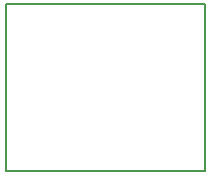
<source format=gbr>
G04 DipTrace 3.0.0.2*
G04 BoardOutline.gbr*
%MOIN*%
G04 #@! TF.FileFunction,Profile*
G04 #@! TF.Part,Single*
%ADD11C,0.005512*%
%FSLAX26Y26*%
G04*
G70*
G90*
G75*
G01*
G04 BoardOutline*
%LPD*%
X394016Y949134D2*
D11*
X1059370D1*
Y394016D1*
X394016D1*
Y949134D1*
M02*

</source>
